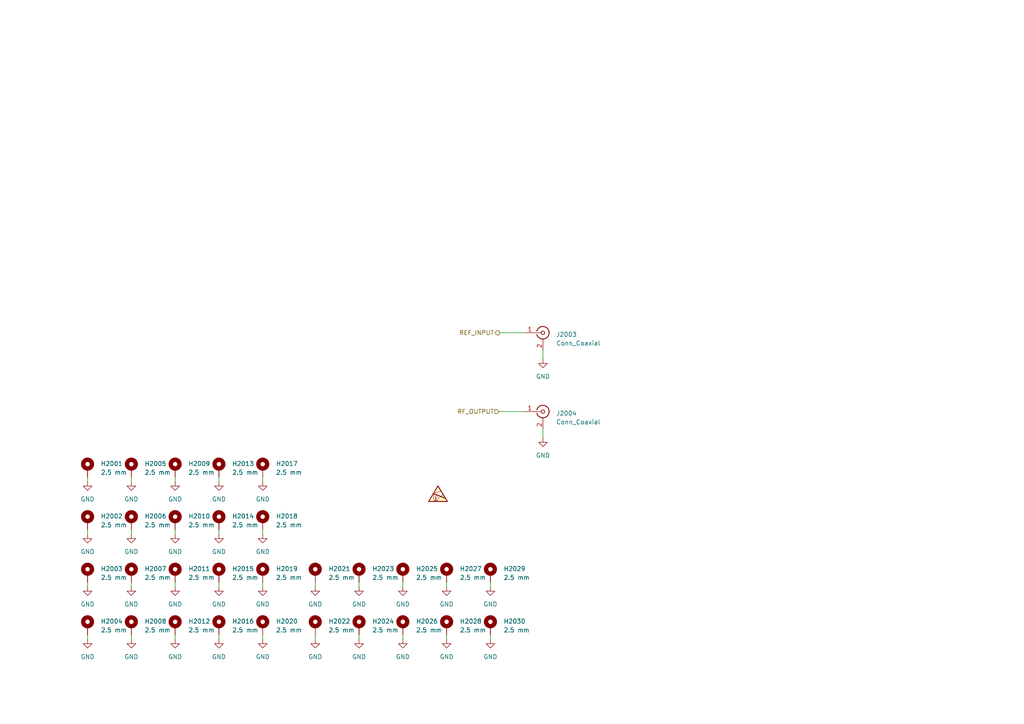
<source format=kicad_sch>
(kicad_sch (version 20211123) (generator eeschema)
  (paper "A4")
  (lib_symbols
    (symbol "Connector:Conn_Coaxial" (pin_names (offset 1.016) hide)
      (property "Reference" "J" (at 0.254 3.048 0))
      (property "Value" "Conn_Coaxial" (at 2.921 0 90))
      (symbol "Conn_Coaxial_0_1"
        (arc (start -1.778 -0.508) (mid 0.2311 -1.8066) (end 1.778 0) (stroke (width 0.254)))
        (polyline (pts (xy -2.54 0) (xy -0.508 0)))
        (polyline (pts (xy 0 -2.54) (xy 0 -1.778)))
        (circle (center 0 0) (radius 0.508) (stroke (width 0.2032)))
        (arc (start 1.778 0) (mid 0.2099 1.8101) (end -1.778 0.508) (stroke (width 0.254)))
      )
      (symbol "Conn_Coaxial_1_1"
        (pin passive line (at -5.08 0 0) (length 2.54) (name "In") (number "1"))
        (pin passive line (at 0 -5.08 90) (length 2.54) (name "Ext") (number "2"))
      )
    )
    (symbol "Graphic:SYM_ESD_Small" (pin_names (offset 1.016))
      (symbol "SYM_ESD_Small_0_0"
        (polyline (pts (xy -1.27 0.381) (xy 2.159 -1.016)) (stroke (width 0.254)))
        (polyline (pts (xy -2.667 -1.905) (xy 2.794 -1.905) (xy 0 2.54) (xy -2.667 -1.905)) (stroke (width 0.254)))
        (polyline (pts (xy 2.7432 -1.905) (xy 2.7178 -1.8796) (xy 2.6162 -1.6764) (xy 2.5654 -1.6002) (xy 2.4892 -1.4986) (xy 2.4384 -1.3716) (xy 1.7526 -0.2286) (xy 1.7018 -0.127) (xy 1.6256 -0.0508) (xy 1.6002 0.0508) (xy 1.5494 0.1016) (xy 1.4986 0.2032) (xy 1.4732 0.2286) (xy 1.4732 0.2032) (xy 1.4478 0.2032) (xy 1.3208 0.0762) (xy 1.2954 0.0254) (xy 1.2954 -0.0254) (xy 1.27 -0.0762) (xy 1.2446 -0.1524) (xy 1.143 -0.254) (xy 1.0922 -0.3302) (xy 1.0414 -0.3556) (xy 0.9144 -0.4826) (xy 0.762 -0.5842) (xy 0.6604 -0.6604) (xy 0.508 -0.762) (xy 0.4572 -0.8128) (xy 0.3556 -0.8636) (xy 0.3048 -0.9144) (xy 0.2286 -0.9652) (xy 0.0762 -1.1938) (xy 0.0254 -1.2954) (xy -0.0254 -1.4224) (xy -0.0508 -1.4986) (xy -0.1016 -1.5748) (xy -0.127 -1.651) (xy -0.1778 -1.6764) (xy -0.2032 -1.7272) (xy -0.254 -1.7526) (xy -0.4064 -1.7526) (xy -0.4064 -1.7272) (xy -0.4572 -1.7018) (xy -0.4826 -1.6256) (xy -0.508 -1.524) (xy -0.508 -1.0922) (xy -0.4572 -0.889) (xy -0.4064 -0.8128) (xy -0.254 -0.6604) (xy -0.2032 -0.5842) (xy -0.127 -0.5334) (xy -0.1016 -0.4826) (xy -0.0762 -0.4064) (xy -0.0508 -0.3556) (xy -0.0254 -0.3302) (xy -0.0254 -0.2794) (xy 0 -0.2286) (xy -0.0762 -0.1524) (xy -0.127 -0.127) (xy -0.1524 -0.0762) (xy -0.2032 -0.0508) (xy -0.2286 -0.0254) (xy -0.254 -0.0254) (xy -0.3048 -0.0762) (xy -0.3556 -0.1016) (xy -0.4318 -0.127) (xy -0.4826 -0.1524) (xy -0.5588 -0.2286) (xy -0.6096 -0.254) (xy -0.8382 -0.4826) (xy -0.8128 -0.5588) (xy -0.7874 -0.5842) (xy -0.7874 -0.8636) (xy -0.8128 -0.889) (xy -0.8128 -0.9652) (xy -0.762 -1.016) (xy -0.762 -1.0414) (xy -0.6604 -1.2954) (xy -0.6604 -1.5748) (xy -0.6858 -1.6002) (xy -0.6858 -1.6256) (xy -0.7366 -1.7018) (xy -0.8382 -1.7526) (xy -0.9144 -1.7526) (xy -0.9398 -1.7272) (xy -0.9652 -1.6764) (xy -1.016 -1.6002) (xy -1.0414 -1.524) (xy -1.143 -1.27) (xy -1.2192 -1.0414) (xy -1.27 -0.9652) (xy -1.2954 -0.889) (xy -1.3208 -0.8382) (xy -1.3208 -0.8128) (xy -1.3716 -0.7112) (xy -1.397 -0.5842) (xy -1.397 -0.4826) (xy -1.3716 -0.381) (xy -1.3208 -0.254) (xy -1.2954 -0.2032) (xy -1.1938 -0.0508) (xy -1.0414 0.1524) (xy -0.9906 0.2032) (xy -0.9652 0.254) (xy -0.9144 0.3302) (xy -0.889 0.381) (xy -0.8636 0.381) (xy -0.8128 0.508) (xy -0.6096 0.7112) (xy -0.5334 0.7366) (xy -0.508 0.762) (xy -0.4318 0.762) (xy -0.3556 0.7874) (xy -0.2286 0.8128) (xy -0.1016 0.8128) (xy 0.0508 0.8382) (xy 0.2032 0.8382) (xy 0.3048 0.8636) (xy 0.4826 0.8636) (xy 0.5334 0.889) (xy 0.5842 0.889) (xy 0.6858 0.9398) (xy 0.7112 0.9652) (xy 0.762 0.9906) (xy 0.8128 1.0414) (xy 0.8636 1.0668) (xy 0.889 1.1176) (xy 0.9144 1.143) (xy 0.9144 1.1938) (xy 0.889 1.2192) (xy 0.8636 1.27) (xy 0.8128 1.3462) (xy 0.7112 1.5494) (xy 0.635 1.651) (xy 0.5842 1.7526) (xy 0.508 1.8796) (xy 0.4572 1.9558) (xy 0.381 2.0828) (xy 0.3048 2.1844) (xy 0.254 2.286) (xy 0.2032 2.3622) (xy 0.1778 2.4384) (xy 0.1016 2.5146) (xy 0.1016 2.54) (xy 0.0762 2.5654) (xy 0.0762 2.5908) (xy 0.0254 2.5908) (xy 0.0254 2.5654) (xy -0.0254 2.5146) (xy -0.1016 2.3622) (xy -0.254 2.1336) (xy -0.3048 2.032) (xy -0.4572 1.778) (xy -0.5588 1.6256) (xy -0.762 1.27) (xy -0.889 1.0668) (xy -1.016 0.8382) (xy -1.1684 0.6096) (xy -1.3208 0.3302) (xy -1.397 0.2032) (xy -1.524 -0.0254) (xy -1.778 -0.4318) (xy -1.8796 -0.635) (xy -2.0066 -0.8128) (xy -2.1082 -0.9906) (xy -2.2098 -1.143) (xy -2.286 -1.2954) (xy -2.4384 -1.5494) (xy -2.4892 -1.651) (xy -2.5654 -1.7526) (xy -2.5908 -1.8288) (xy -2.6162 -1.8796) (xy -2.6416 -1.905) (xy -2.6416 -1.9304) (xy 2.7432 -1.9304) (xy 2.7432 -1.905)) (stroke (width 0.127)) (fill (type background)))
      )
    )
    (symbol "Mechanical:MountingHole_Pad" (pin_numbers hide) (pin_names (offset 1.016) hide)
      (property "Reference" "H" (at 0 6.35 0))
      (property "Value" "MountingHole_Pad" (at 0 4.445 0))
      (symbol "MountingHole_Pad_0_1"
        (circle (center 0 1.27) (radius 1.27) (stroke (width 1.27)))
      )
      (symbol "MountingHole_Pad_1_1"
        (pin input line (at 0 -2.54 90) (length 2.54) (name "1") (number "1"))
      )
    )
    (symbol "power:GND" (power) (pin_names (offset 0))
      (property "Value" "GND" (at 0 -3.81 0))
      (symbol "GND_0_1"
        (polyline (pts (xy 0 0) (xy 0 -1.27) (xy 1.27 -1.27) (xy 0 -2.54) (xy -1.27 -1.27) (xy 0 -1.27)))
      )
      (symbol "GND_1_1"
        (pin power_in line (at 0 0 270) (length 0) hide (name "GND") (number "1"))
      )
    )
  )
  (wire (pts (xy 63.5 153.67) (xy 63.5 154.94)))
  (wire (pts (xy 63.5 168.91) (xy 63.5 170.18)))
  (wire (pts (xy 76.2 138.43) (xy 76.2 139.7)))
  (wire (pts (xy 91.44 168.91) (xy 91.44 170.18)))
  (wire (pts (xy 142.24 168.91) (xy 142.24 170.18)))
  (wire (pts (xy 50.8 153.67) (xy 50.8 154.94)))
  (wire (pts (xy 50.8 184.15) (xy 50.8 185.42)))
  (wire (pts (xy 25.4 168.91) (xy 25.4 170.18)))
  (wire (pts (xy 38.1 184.15) (xy 38.1 185.42)))
  (wire (pts (xy 63.5 138.43) (xy 63.5 139.7)))
  (wire (pts (xy 116.84 168.91) (xy 116.84 170.18)))
  (wire (pts (xy 25.4 153.67) (xy 25.4 154.94)))
  (wire (pts (xy 50.8 168.91) (xy 50.8 170.18)))
  (wire (pts (xy 76.2 153.67) (xy 76.2 154.94)))
  (wire (pts (xy 116.84 184.15) (xy 116.84 185.42)))
  (wire (pts (xy 144.78 119.38) (xy 152.4 119.38)))
  (wire (pts (xy 129.54 184.15) (xy 129.54 185.42)))
  (wire (pts (xy 129.54 168.91) (xy 129.54 170.18)))
  (wire (pts (xy 25.4 138.43) (xy 25.4 139.7)))
  (wire (pts (xy 142.24 184.15) (xy 142.24 185.42)))
  (wire (pts (xy 157.48 124.46) (xy 157.48 127)))
  (wire (pts (xy 157.48 101.6) (xy 157.48 104.14)))
  (wire (pts (xy 50.8 138.43) (xy 50.8 139.7)))
  (wire (pts (xy 63.5 184.15) (xy 63.5 185.42)))
  (wire (pts (xy 91.44 184.15) (xy 91.44 185.42)))
  (wire (pts (xy 38.1 138.43) (xy 38.1 139.7)))
  (wire (pts (xy 104.14 184.15) (xy 104.14 185.42)))
  (wire (pts (xy 144.78 96.52) (xy 152.4 96.52)))
  (wire (pts (xy 38.1 168.91) (xy 38.1 170.18)))
  (wire (pts (xy 38.1 153.67) (xy 38.1 154.94)))
  (wire (pts (xy 104.14 168.91) (xy 104.14 170.18)))
  (wire (pts (xy 25.4 184.15) (xy 25.4 185.42)))
  (wire (pts (xy 76.2 168.91) (xy 76.2 170.18)))
  (wire (pts (xy 76.2 184.15) (xy 76.2 185.42)))
  (hierarchical_label "REF_INPUT" (shape output) (at 144.78 96.52 180))
  (hierarchical_label "RF_OUTPUT" (shape input) (at 144.78 119.38 180))
  (symbol (lib_id "Mechanical:MountingHole_Pad") (at 25.4 181.61 0) (unit 1) (in_bom no)
    (property "Reference" "H2004" (at 29.21 180.2129 0) (effects (justify left)))
    (property "Value" "2.5 mm" (at 29.21 182.7529 0) (effects (justify left)))
    (property "Footprint" "MountingHole:MountingHole_2.5mm_Pad_Via" (effects hide))
  )
  (symbol (lib_id "Mechanical:MountingHole_Pad") (at 76.2 166.37 0) (unit 1) (in_bom no)
    (property "Reference" "H2019" (at 80.01 164.9729 0) (effects (justify left)))
    (property "Value" "2.5 mm" (at 80.01 167.5129 0) (effects (justify left)))
    (property "Footprint" "MountingHole:MountingHole_2.5mm_Pad_Via" (effects hide))
  )
  (symbol (lib_id "power:GND") (at 76.2 154.94 0) (unit 1)
    (property "Reference" "#PWR0131" (effects hide))
    (property "Value" "GND" (at 76.2 160.02 0))
  )
  (symbol (lib_id "power:GND") (at 129.54 170.18 0) (unit 1)
    (property "Reference" "#PWR0172" (effects hide))
    (property "Value" "GND" (at 129.54 175.26 0))
  )
  (symbol (lib_id "Mechanical:MountingHole_Pad") (at 50.8 151.13 0) (unit 1) (in_bom no)
    (property "Reference" "H2010" (at 54.61 149.7329 0) (effects (justify left)))
    (property "Value" "2.5 mm" (at 54.61 152.2729 0) (effects (justify left)))
    (property "Footprint" "MountingHole:MountingHole_2.5mm_Pad_Via" (effects hide))
  )
  (symbol (lib_id "Mechanical:MountingHole_Pad") (at 116.84 166.37 0) (unit 1) (in_bom no)
    (property "Reference" "H2025" (at 120.65 164.9729 0) (effects (justify left)))
    (property "Value" "2.5 mm" (at 120.65 167.5129 0) (effects (justify left)))
    (property "Footprint" "MountingHole:MountingHole_2.5mm_Pad_Via" (effects hide))
  )
  (symbol (lib_id "power:GND") (at 25.4 139.7 0) (unit 1)
    (property "Reference" "#PWR0147" (effects hide))
    (property "Value" "GND" (at 25.4 144.78 0))
  )
  (symbol (lib_id "power:GND") (at 104.14 170.18 0) (unit 1)
    (property "Reference" "#PWR0170" (effects hide))
    (property "Value" "GND" (at 104.14 175.26 0))
  )
  (symbol (lib_id "Mechanical:MountingHole_Pad") (at 91.44 166.37 0) (unit 1) (in_bom no)
    (property "Reference" "H2021" (at 95.25 164.9729 0) (effects (justify left)))
    (property "Value" "2.5 mm" (at 95.25 167.5129 0) (effects (justify left)))
    (property "Footprint" "MountingHole:MountingHole_2.5mm_Pad_Via" (effects hide))
  )
  (symbol (lib_id "power:GND") (at 116.84 170.18 0) (unit 1)
    (property "Reference" "#PWR0173" (effects hide))
    (property "Value" "GND" (at 116.84 175.26 0))
  )
  (symbol (lib_id "power:GND") (at 76.2 139.7 0) (unit 1)
    (property "Reference" "#PWR0129" (effects hide))
    (property "Value" "GND" (at 76.2 144.78 0))
  )
  (symbol (lib_id "Connector:Conn_Coaxial") (at 157.48 119.38 0) (unit 1)
    (property "Reference" "J2004" (at 161.29 119.8752 0) (effects (justify left)))
    (property "Value" "Conn_Coaxial" (at 161.29 122.4152 0) (effects (justify left)))
    (property "Footprint" "jtk_rf_footprints:sw_edge_oshpark_4layer" (effects hide))
    (property "Datasheet" " ~" (effects hide))
  )
  (symbol (lib_id "power:GND") (at 91.44 185.42 0) (unit 1)
    (property "Reference" "#PWR0174" (effects hide))
    (property "Value" "GND" (at 91.44 190.5 0))
  )
  (symbol (lib_id "power:GND") (at 91.44 170.18 0) (unit 1)
    (property "Reference" "#PWR0175" (effects hide))
    (property "Value" "GND" (at 91.44 175.26 0))
  )
  (symbol (lib_id "power:GND") (at 50.8 170.18 0) (unit 1)
    (property "Reference" "#PWR0135" (effects hide))
    (property "Value" "GND" (at 50.8 175.26 0))
  )
  (symbol (lib_id "Mechanical:MountingHole_Pad") (at 63.5 135.89 0) (unit 1) (in_bom no)
    (property "Reference" "H2013" (at 67.31 134.4929 0) (effects (justify left)))
    (property "Value" "2.5 mm" (at 67.31 137.0329 0) (effects (justify left)))
    (property "Footprint" "MountingHole:MountingHole_2.5mm_Pad_Via" (effects hide))
  )
  (symbol (lib_id "power:GND") (at 25.4 170.18 0) (unit 1)
    (property "Reference" "#PWR0142" (effects hide))
    (property "Value" "GND" (at 25.4 175.26 0))
  )
  (symbol (lib_id "power:GND") (at 63.5 170.18 0) (unit 1)
    (property "Reference" "#PWR0137" (effects hide))
    (property "Value" "GND" (at 63.5 175.26 0))
  )
  (symbol (lib_id "Mechanical:MountingHole_Pad") (at 50.8 166.37 0) (unit 1) (in_bom no)
    (property "Reference" "H2011" (at 54.61 164.9729 0) (effects (justify left)))
    (property "Value" "2.5 mm" (at 54.61 167.5129 0) (effects (justify left)))
    (property "Footprint" "MountingHole:MountingHole_2.5mm_Pad_Via" (effects hide))
  )
  (symbol (lib_id "Connector:Conn_Coaxial") (at 157.48 96.52 0) (unit 1)
    (property "Reference" "J2003" (at 161.29 97.0152 0) (effects (justify left)))
    (property "Value" "Conn_Coaxial" (at 161.29 99.5552 0) (effects (justify left)))
    (property "Footprint" "jtk_rf_footprints:SMA_Cinch_142-0711-821_EdgeMount" (effects hide))
    (property "Datasheet" " ~" (effects hide))
  )
  (symbol (lib_id "Mechanical:MountingHole_Pad") (at 129.54 181.61 0) (unit 1) (in_bom no)
    (property "Reference" "H2028" (at 133.35 180.2129 0) (effects (justify left)))
    (property "Value" "2.5 mm" (at 133.35 182.7529 0) (effects (justify left)))
    (property "Footprint" "MountingHole:MountingHole_2.5mm_Pad_Via" (effects hide))
  )
  (symbol (lib_id "power:GND") (at 104.14 185.42 0) (unit 1)
    (property "Reference" "#PWR0171" (effects hide))
    (property "Value" "GND" (at 104.14 190.5 0))
  )
  (symbol (lib_id "power:GND") (at 38.1 170.18 0) (unit 1)
    (property "Reference" "#PWR0139" (effects hide))
    (property "Value" "GND" (at 38.1 175.26 0))
  )
  (symbol (lib_id "Mechanical:MountingHole_Pad") (at 38.1 151.13 0) (unit 1) (in_bom no)
    (property "Reference" "H2006" (at 41.91 149.7329 0) (effects (justify left)))
    (property "Value" "2.5 mm" (at 41.91 152.2729 0) (effects (justify left)))
    (property "Footprint" "MountingHole:MountingHole_2.5mm_Pad_Via" (effects hide))
  )
  (symbol (lib_id "Mechanical:MountingHole_Pad") (at 129.54 166.37 0) (unit 1) (in_bom no)
    (property "Reference" "H2027" (at 133.35 164.9729 0) (effects (justify left)))
    (property "Value" "2.5 mm" (at 133.35 167.5129 0) (effects (justify left)))
    (property "Footprint" "MountingHole:MountingHole_2.5mm_Pad_Via" (effects hide))
  )
  (symbol (lib_id "Mechanical:MountingHole_Pad") (at 50.8 181.61 0) (unit 1) (in_bom no)
    (property "Reference" "H2012" (at 54.61 180.2129 0) (effects (justify left)))
    (property "Value" "2.5 mm" (at 54.61 182.7529 0) (effects (justify left)))
    (property "Footprint" "MountingHole:MountingHole_2.5mm_Pad_Via" (effects hide))
  )
  (symbol (lib_id "Mechanical:MountingHole_Pad") (at 116.84 181.61 0) (unit 1) (in_bom no)
    (property "Reference" "H2026" (at 120.65 180.2129 0) (effects (justify left)))
    (property "Value" "2.5 mm" (at 120.65 182.7529 0) (effects (justify left)))
    (property "Footprint" "MountingHole:MountingHole_2.5mm_Pad_Via" (effects hide))
  )
  (symbol (lib_id "power:GND") (at 50.8 139.7 0) (unit 1)
    (property "Reference" "#PWR0143" (effects hide))
    (property "Value" "GND" (at 50.8 144.78 0))
  )
  (symbol (lib_id "power:GND") (at 157.48 104.14 0) (unit 1)
    (property "Reference" "#PWR02005" (effects hide))
    (property "Value" "GND" (at 157.48 109.22 0))
  )
  (symbol (lib_id "power:GND") (at 50.8 154.94 0) (unit 1)
    (property "Reference" "#PWR0141" (effects hide))
    (property "Value" "GND" (at 50.8 160.02 0))
  )
  (symbol (lib_id "Mechanical:MountingHole_Pad") (at 63.5 181.61 0) (unit 1) (in_bom no)
    (property "Reference" "H2016" (at 67.31 180.2129 0) (effects (justify left)))
    (property "Value" "2.5 mm" (at 67.31 182.7529 0) (effects (justify left)))
    (property "Footprint" "MountingHole:MountingHole_2.5mm_Pad_Via" (effects hide))
  )
  (symbol (lib_id "power:GND") (at 38.1 154.94 0) (unit 1)
    (property "Reference" "#PWR0134" (effects hide))
    (property "Value" "GND" (at 38.1 160.02 0))
  )
  (symbol (lib_id "Mechanical:MountingHole_Pad") (at 38.1 166.37 0) (unit 1) (in_bom no)
    (property "Reference" "H2007" (at 41.91 164.9729 0) (effects (justify left)))
    (property "Value" "2.5 mm" (at 41.91 167.5129 0) (effects (justify left)))
    (property "Footprint" "MountingHole:MountingHole_2.5mm_Pad_Via" (effects hide))
  )
  (symbol (lib_id "Mechanical:MountingHole_Pad") (at 63.5 166.37 0) (unit 1) (in_bom no)
    (property "Reference" "H2015" (at 67.31 164.9729 0) (effects (justify left)))
    (property "Value" "2.5 mm" (at 67.31 167.5129 0) (effects (justify left)))
    (property "Footprint" "MountingHole:MountingHole_2.5mm_Pad_Via" (effects hide))
  )
  (symbol (lib_id "Mechanical:MountingHole_Pad") (at 76.2 181.61 0) (unit 1) (in_bom no)
    (property "Reference" "H2020" (at 80.01 180.2129 0) (effects (justify left)))
    (property "Value" "2.5 mm" (at 80.01 182.7529 0) (effects (justify left)))
    (property "Footprint" "MountingHole:MountingHole_2.5mm_Pad_Via" (effects hide))
  )
  (symbol (lib_id "Mechanical:MountingHole_Pad") (at 104.14 166.37 0) (unit 1) (in_bom no)
    (property "Reference" "H2023" (at 107.95 164.9729 0) (effects (justify left)))
    (property "Value" "2.5 mm" (at 107.95 167.5129 0) (effects (justify left)))
    (property "Footprint" "MountingHole:MountingHole_2.5mm_Pad_Via" (effects hide))
  )
  (symbol (lib_id "Mechanical:MountingHole_Pad") (at 63.5 151.13 0) (unit 1) (in_bom no)
    (property "Reference" "H2014" (at 67.31 149.7329 0) (effects (justify left)))
    (property "Value" "2.5 mm" (at 67.31 152.2729 0) (effects (justify left)))
    (property "Footprint" "MountingHole:MountingHole_2.5mm_Pad_Via" (effects hide))
  )
  (symbol (lib_id "Mechanical:MountingHole_Pad") (at 25.4 135.89 0) (unit 1) (in_bom no)
    (property "Reference" "H2001" (at 29.21 134.4929 0) (effects (justify left)))
    (property "Value" "2.5 mm" (at 29.21 137.0329 0) (effects (justify left)))
    (property "Footprint" "MountingHole:MountingHole_2.5mm_Pad_Via" (effects hide))
  )
  (symbol (lib_id "Graphic:SYM_ESD_Small") (at 127 143.51 0) (unit 1)
    (property "Reference" "#SYM2001" (effects hide))
    (property "Value" "SYM_ESD_Small" (effects hide))
    (property "Footprint" "Symbol:Symbol_ESD-Logo-Text_CopperTop" (effects hide))
  )
  (symbol (lib_id "power:GND") (at 63.5 185.42 0) (unit 1)
    (property "Reference" "#PWR0136" (effects hide))
    (property "Value" "GND" (at 63.5 190.5 0))
  )
  (symbol (lib_id "Mechanical:MountingHole_Pad") (at 25.4 166.37 0) (unit 1) (in_bom no)
    (property "Reference" "H2003" (at 29.21 164.9729 0) (effects (justify left)))
    (property "Value" "2.5 mm" (at 29.21 167.5129 0) (effects (justify left)))
    (property "Footprint" "MountingHole:MountingHole_2.5mm_Pad_Via" (effects hide))
  )
  (symbol (lib_id "power:GND") (at 63.5 154.94 0) (unit 1)
    (property "Reference" "#PWR0132" (effects hide))
    (property "Value" "GND" (at 63.5 160.02 0))
  )
  (symbol (lib_id "power:GND") (at 76.2 185.42 0) (unit 1)
    (property "Reference" "#PWR0133" (effects hide))
    (property "Value" "GND" (at 76.2 190.5 0))
  )
  (symbol (lib_id "power:GND") (at 76.2 170.18 0) (unit 1)
    (property "Reference" "#PWR0128" (effects hide))
    (property "Value" "GND" (at 76.2 175.26 0))
  )
  (symbol (lib_id "Mechanical:MountingHole_Pad") (at 104.14 181.61 0) (unit 1) (in_bom no)
    (property "Reference" "H2024" (at 107.95 180.2129 0) (effects (justify left)))
    (property "Value" "2.5 mm" (at 107.95 182.7529 0) (effects (justify left)))
    (property "Footprint" "MountingHole:MountingHole_2.5mm_Pad_Via" (effects hide))
  )
  (symbol (lib_id "power:GND") (at 50.8 185.42 0) (unit 1)
    (property "Reference" "#PWR0138" (effects hide))
    (property "Value" "GND" (at 50.8 190.5 0))
  )
  (symbol (lib_id "power:GND") (at 25.4 185.42 0) (unit 1)
    (property "Reference" "#PWR0145" (effects hide))
    (property "Value" "GND" (at 25.4 190.5 0))
  )
  (symbol (lib_id "Mechanical:MountingHole_Pad") (at 76.2 135.89 0) (unit 1) (in_bom no)
    (property "Reference" "H2017" (at 80.01 134.4929 0) (effects (justify left)))
    (property "Value" "2.5 mm" (at 80.01 137.0329 0) (effects (justify left)))
    (property "Footprint" "MountingHole:MountingHole_2.5mm_Pad_Via" (effects hide))
  )
  (symbol (lib_id "power:GND") (at 142.24 170.18 0) (unit 1)
    (property "Reference" "#PWR0169" (effects hide))
    (property "Value" "GND" (at 142.24 175.26 0))
  )
  (symbol (lib_id "Mechanical:MountingHole_Pad") (at 50.8 135.89 0) (unit 1) (in_bom no)
    (property "Reference" "H2009" (at 54.61 134.4929 0) (effects (justify left)))
    (property "Value" "2.5 mm" (at 54.61 137.0329 0) (effects (justify left)))
    (property "Footprint" "MountingHole:MountingHole_2.5mm_Pad_Via" (effects hide))
  )
  (symbol (lib_id "Mechanical:MountingHole_Pad") (at 38.1 135.89 0) (unit 1) (in_bom no)
    (property "Reference" "H2005" (at 41.91 134.4929 0) (effects (justify left)))
    (property "Value" "2.5 mm" (at 41.91 137.0329 0) (effects (justify left)))
    (property "Footprint" "MountingHole:MountingHole_2.5mm_Pad_Via" (effects hide))
  )
  (symbol (lib_id "power:GND") (at 38.1 139.7 0) (unit 1)
    (property "Reference" "#PWR0144" (effects hide))
    (property "Value" "GND" (at 38.1 144.78 0))
  )
  (symbol (lib_id "Mechanical:MountingHole_Pad") (at 91.44 181.61 0) (unit 1) (in_bom no)
    (property "Reference" "H2022" (at 95.25 180.2129 0) (effects (justify left)))
    (property "Value" "2.5 mm" (at 95.25 182.7529 0) (effects (justify left)))
    (property "Footprint" "MountingHole:MountingHole_2.5mm_Pad_Via" (effects hide))
  )
  (symbol (lib_id "power:GND") (at 38.1 185.42 0) (unit 1)
    (property "Reference" "#PWR0146" (effects hide))
    (property "Value" "GND" (at 38.1 190.5 0))
  )
  (symbol (lib_id "Mechanical:MountingHole_Pad") (at 38.1 181.61 0) (unit 1) (in_bom no)
    (property "Reference" "H2008" (at 41.91 180.2129 0) (effects (justify left)))
    (property "Value" "2.5 mm" (at 41.91 182.7529 0) (effects (justify left)))
    (property "Footprint" "MountingHole:MountingHole_2.5mm_Pad_Via" (effects hide))
  )
  (symbol (lib_id "power:GND") (at 25.4 154.94 0) (unit 1)
    (property "Reference" "#PWR0140" (effects hide))
    (property "Value" "GND" (at 25.4 160.02 0))
  )
  (symbol (lib_id "Mechanical:MountingHole_Pad") (at 76.2 151.13 0) (unit 1) (in_bom no)
    (property "Reference" "H2018" (at 80.01 149.7329 0) (effects (justify left)))
    (property "Value" "2.5 mm" (at 80.01 152.2729 0) (effects (justify left)))
    (property "Footprint" "MountingHole:MountingHole_2.5mm_Pad_Via" (effects hide))
  )
  (symbol (lib_id "power:GND") (at 157.48 127 0) (unit 1)
    (property "Reference" "#PWR02006" (effects hide))
    (property "Value" "GND" (at 157.48 132.08 0))
  )
  (symbol (lib_id "power:GND") (at 116.84 185.42 0) (unit 1)
    (property "Reference" "#PWR0168" (effects hide))
    (property "Value" "GND" (at 116.84 190.5 0))
  )
  (symbol (lib_id "Mechanical:MountingHole_Pad") (at 25.4 151.13 0) (unit 1) (in_bom no)
    (property "Reference" "H2002" (at 29.21 149.7329 0) (effects (justify left)))
    (property "Value" "2.5 mm" (at 29.21 152.2729 0) (effects (justify left)))
    (property "Footprint" "MountingHole:MountingHole_2.5mm_Pad_Via" (effects hide))
  )
  (symbol (lib_id "power:GND") (at 142.24 185.42 0) (unit 1)
    (property "Reference" "#PWR0166" (effects hide))
    (property "Value" "GND" (at 142.24 190.5 0))
  )
  (symbol (lib_id "Mechanical:MountingHole_Pad") (at 142.24 181.61 0) (unit 1) (in_bom no)
    (property "Reference" "H2030" (at 146.05 180.2129 0) (effects (justify left)))
    (property "Value" "2.5 mm" (at 146.05 182.7529 0) (effects (justify left)))
    (property "Footprint" "MountingHole:MountingHole_2.5mm_Pad_Via" (effects hide))
  )
  (symbol (lib_id "power:GND") (at 129.54 185.42 0) (unit 1)
    (property "Reference" "#PWR0167" (effects hide))
    (property "Value" "GND" (at 129.54 190.5 0))
  )
  (symbol (lib_id "Mechanical:MountingHole_Pad") (at 142.24 166.37 0) (unit 1) (in_bom no)
    (property "Reference" "H2029" (at 146.05 164.9729 0) (effects (justify left)))
    (property "Value" "2.5 mm" (at 146.05 167.5129 0) (effects (justify left)))
    (property "Footprint" "MountingHole:MountingHole_2.5mm_Pad_Via" (effects hide))
  )
  (symbol (lib_id "power:GND") (at 63.5 139.7 0) (unit 1)
    (property "Reference" "#PWR0130" (effects hide))
    (property "Value" "GND" (at 63.5 144.78 0))
  )
)
</source>
